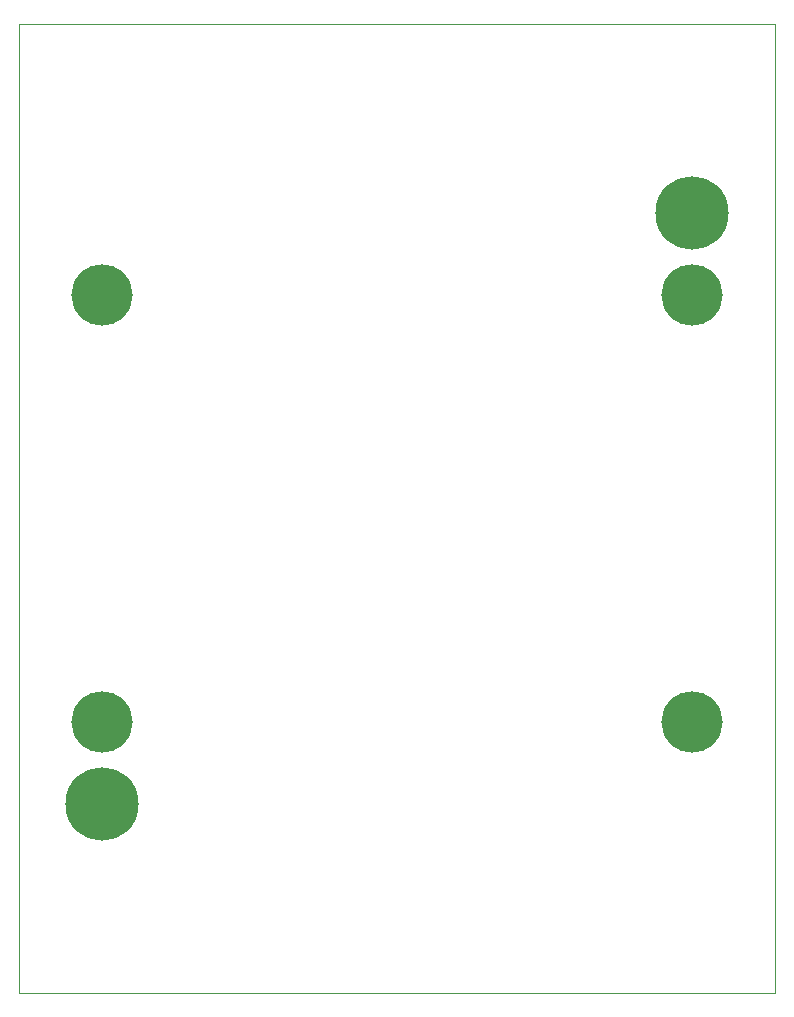
<source format=gts>
G04 This is an RS-274x file exported by *
G04 gerbv version 2.6A *
G04 More information is available about gerbv at *
G04 http://gerbv.geda-project.org/ *
G04 --End of header info--*
%MOIN*%
%FSLAX34Y34*%
%IPPOS*%
G04 --Define apertures--*
%ADD10C,0.0000*%
%ADD11C,0.1063*%
%ADD12C,0.0866*%
%ADD13C,0.2047*%
%ADD14C,0.2441*%
%AMMACRO15*
5,1,8,0.000000,0.000000,0.051955,22.500000*
%
%ADD15MACRO15*%
%ADD16C,0.0480*%
%ADD17C,0.0480*%
%ADD18C,0.0525*%
%ADD19C,0.0532*%
%ADD20C,0.0768*%
%ADD21C,0.0768*%
%AMMACRO22*
5,1,8,0.000000,0.000000,0.057529,22.500000*
%
%ADD22MACRO22*%
%ADD23R,0.0540X0.0540*%
%ADD24C,0.0540*%
%AMMACRO25*
5,1,8,0.000000,0.000000,0.068191,22.500000*
%
%ADD25MACRO25*%
G04 --Start main section--*
G54D10*
G01X0000343Y0001177D02*
G01X0000343Y0033461D01*
G01X0000343Y0033461D02*
G01X0025540Y0033461D01*
G01X0025540Y0033461D02*
G01X0025540Y0001177D01*
G01X0025540Y0001177D02*
G01X0000343Y0001177D01*
G01X0002568Y0007476D02*
G01X0002568Y0007491D01*
G01X0002568Y0007491D02*
G01X0002569Y0007505D01*
G01X0002569Y0007505D02*
G01X0002570Y0007520D01*
G01X0002570Y0007520D02*
G01X0002571Y0007534D01*
G01X0002571Y0007534D02*
G01X0002573Y0007549D01*
G01X0002573Y0007549D02*
G01X0002575Y0007563D01*
G01X0002575Y0007563D02*
G01X0002577Y0007577D01*
G01X0002577Y0007577D02*
G01X0002580Y0007592D01*
G01X0002580Y0007592D02*
G01X0002584Y0007606D01*
G01X0002584Y0007606D02*
G01X0002587Y0007620D01*
G01X0002587Y0007620D02*
G01X0002592Y0007634D01*
G01X0002592Y0007634D02*
G01X0002596Y0007648D01*
G01X0002596Y0007648D02*
G01X0002601Y0007661D01*
G01X0002601Y0007661D02*
G01X0002606Y0007675D01*
G01X0002606Y0007675D02*
G01X0002612Y0007688D01*
G01X0002612Y0007688D02*
G01X0002618Y0007701D01*
G01X0002618Y0007701D02*
G01X0002624Y0007715D01*
G01X0002624Y0007715D02*
G01X0002631Y0007727D01*
G01X0002631Y0007727D02*
G01X0002638Y0007740D01*
G01X0002638Y0007740D02*
G01X0002645Y0007753D01*
G01X0002645Y0007753D02*
G01X0002653Y0007765D01*
G01X0002653Y0007765D02*
G01X0002661Y0007777D01*
G01X0002661Y0007777D02*
G01X0002669Y0007789D01*
G01X0002669Y0007789D02*
G01X0002678Y0007800D01*
G01X0002678Y0007800D02*
G01X0002687Y0007812D01*
G01X0002687Y0007812D02*
G01X0002696Y0007823D01*
G01X0002696Y0007823D02*
G01X0002706Y0007834D01*
G01X0002706Y0007834D02*
G01X0002716Y0007844D01*
G01X0002716Y0007844D02*
G01X0002726Y0007855D01*
G01X0002726Y0007855D02*
G01X0002736Y0007865D01*
G01X0002736Y0007865D02*
G01X0002747Y0007875D01*
G01X0002747Y0007875D02*
G01X0002758Y0007884D01*
G01X0002758Y0007884D02*
G01X0002769Y0007893D01*
G01X0002769Y0007893D02*
G01X0002781Y0007902D01*
G01X0002781Y0007902D02*
G01X0002793Y0007911D01*
G01X0002793Y0007911D02*
G01X0002805Y0007919D01*
G01X0002805Y0007919D02*
G01X0002817Y0007927D01*
G01X0002817Y0007927D02*
G01X0002829Y0007934D01*
G01X0002829Y0007934D02*
G01X0002842Y0007942D01*
G01X0002842Y0007942D02*
G01X0002855Y0007948D01*
G01X0002855Y0007948D02*
G01X0002868Y0007955D01*
G01X0002868Y0007955D02*
G01X0002881Y0007961D01*
G01X0002881Y0007961D02*
G01X0002894Y0007967D01*
G01X0002894Y0007967D02*
G01X0002908Y0007972D01*
G01X0002908Y0007972D02*
G01X0002921Y0007977D01*
G01X0002921Y0007977D02*
G01X0002935Y0007982D01*
G01X0002935Y0007982D02*
G01X0002949Y0007986D01*
G01X0002949Y0007986D02*
G01X0002963Y0007990D01*
G01X0002963Y0007990D02*
G01X0002977Y0007994D01*
G01X0002977Y0007994D02*
G01X0002991Y0007997D01*
G01X0002991Y0007997D02*
G01X0003005Y0008000D01*
G01X0003005Y0008000D02*
G01X0003020Y0008002D01*
G01X0003020Y0008002D02*
G01X0003034Y0008004D01*
G01X0003034Y0008004D02*
G01X0003049Y0008006D01*
G01X0003049Y0008006D02*
G01X0003063Y0008007D01*
G01X0003063Y0008007D02*
G01X0003077Y0008008D01*
G01X0003077Y0008008D02*
G01X0003092Y0008008D01*
G01X0003092Y0008008D02*
G01X0003107Y0008008D01*
G01X0003107Y0008008D02*
G01X0003121Y0008008D01*
G01X0003121Y0008008D02*
G01X0003136Y0008007D01*
G01X0003136Y0008007D02*
G01X0003150Y0008006D01*
G01X0003150Y0008006D02*
G01X0003164Y0008004D01*
G01X0003164Y0008004D02*
G01X0003179Y0008002D01*
G01X0003179Y0008002D02*
G01X0003193Y0008000D01*
G01X0003193Y0008000D02*
G01X0003207Y0007997D01*
G01X0003207Y0007997D02*
G01X0003222Y0007994D01*
G01X0003222Y0007994D02*
G01X0003236Y0007990D01*
G01X0003236Y0007990D02*
G01X0003250Y0007986D01*
G01X0003250Y0007986D02*
G01X0003263Y0007982D01*
G01X0003263Y0007982D02*
G01X0003277Y0007977D01*
G01X0003277Y0007977D02*
G01X0003291Y0007972D01*
G01X0003291Y0007972D02*
G01X0003304Y0007967D01*
G01X0003304Y0007967D02*
G01X0003318Y0007961D01*
G01X0003318Y0007961D02*
G01X0003331Y0007955D01*
G01X0003331Y0007955D02*
G01X0003344Y0007948D01*
G01X0003344Y0007948D02*
G01X0003357Y0007942D01*
G01X0003357Y0007942D02*
G01X0003369Y0007934D01*
G01X0003369Y0007934D02*
G01X0003382Y0007927D01*
G01X0003382Y0007927D02*
G01X0003394Y0007919D01*
G01X0003394Y0007919D02*
G01X0003406Y0007911D01*
G01X0003406Y0007911D02*
G01X0003418Y0007902D01*
G01X0003418Y0007902D02*
G01X0003429Y0007893D01*
G01X0003429Y0007893D02*
G01X0003440Y0007884D01*
G01X0003440Y0007884D02*
G01X0003451Y0007875D01*
G01X0003451Y0007875D02*
G01X0003462Y0007865D01*
G01X0003462Y0007865D02*
G01X0003473Y0007855D01*
G01X0003473Y0007855D02*
G01X0003483Y0007844D01*
G01X0003483Y0007844D02*
G01X0003493Y0007834D01*
G01X0003493Y0007834D02*
G01X0003502Y0007823D01*
G01X0003502Y0007823D02*
G01X0003512Y0007812D01*
G01X0003512Y0007812D02*
G01X0003520Y0007800D01*
G01X0003520Y0007800D02*
G01X0003529Y0007789D01*
G01X0003529Y0007789D02*
G01X0003538Y0007777D01*
G01X0003538Y0007777D02*
G01X0003546Y0007765D01*
G01X0003546Y0007765D02*
G01X0003553Y0007753D01*
G01X0003553Y0007753D02*
G01X0003561Y0007740D01*
G01X0003561Y0007740D02*
G01X0003568Y0007727D01*
G01X0003568Y0007727D02*
G01X0003574Y0007715D01*
G01X0003574Y0007715D02*
G01X0003581Y0007701D01*
G01X0003581Y0007701D02*
G01X0003587Y0007688D01*
G01X0003587Y0007688D02*
G01X0003592Y0007675D01*
G01X0003592Y0007675D02*
G01X0003598Y0007661D01*
G01X0003598Y0007661D02*
G01X0003602Y0007648D01*
G01X0003602Y0007648D02*
G01X0003607Y0007634D01*
G01X0003607Y0007634D02*
G01X0003611Y0007620D01*
G01X0003611Y0007620D02*
G01X0003615Y0007606D01*
G01X0003615Y0007606D02*
G01X0003618Y0007592D01*
G01X0003618Y0007592D02*
G01X0003621Y0007577D01*
G01X0003621Y0007577D02*
G01X0003624Y0007563D01*
G01X0003624Y0007563D02*
G01X0003626Y0007549D01*
G01X0003626Y0007549D02*
G01X0003628Y0007534D01*
G01X0003628Y0007534D02*
G01X0003629Y0007520D01*
G01X0003629Y0007520D02*
G01X0003630Y0007505D01*
G01X0003630Y0007505D02*
G01X0003631Y0007491D01*
G01X0003631Y0007491D02*
G01X0003631Y0007476D01*
G01X0003631Y0007476D02*
G01X0003631Y0007462D01*
G01X0003631Y0007462D02*
G01X0003630Y0007447D01*
G01X0003630Y0007447D02*
G01X0003629Y0007433D01*
G01X0003629Y0007433D02*
G01X0003628Y0007418D01*
G01X0003628Y0007418D02*
G01X0003626Y0007404D01*
G01X0003626Y0007404D02*
G01X0003624Y0007390D01*
G01X0003624Y0007390D02*
G01X0003621Y0007375D01*
G01X0003621Y0007375D02*
G01X0003618Y0007361D01*
G01X0003618Y0007361D02*
G01X0003615Y0007347D01*
G01X0003615Y0007347D02*
G01X0003611Y0007333D01*
G01X0003611Y0007333D02*
G01X0003607Y0007319D01*
G01X0003607Y0007319D02*
G01X0003602Y0007305D01*
G01X0003602Y0007305D02*
G01X0003598Y0007292D01*
G01X0003598Y0007292D02*
G01X0003592Y0007278D01*
G01X0003592Y0007278D02*
G01X0003587Y0007265D01*
G01X0003587Y0007265D02*
G01X0003581Y0007251D01*
G01X0003581Y0007251D02*
G01X0003574Y0007238D01*
G01X0003574Y0007238D02*
G01X0003568Y0007226D01*
G01X0003568Y0007226D02*
G01X0003561Y0007213D01*
G01X0003561Y0007213D02*
G01X0003553Y0007200D01*
G01X0003553Y0007200D02*
G01X0003546Y0007188D01*
G01X0003546Y0007188D02*
G01X0003538Y0007176D01*
G01X0003538Y0007176D02*
G01X0003529Y0007164D01*
G01X0003529Y0007164D02*
G01X0003520Y0007152D01*
G01X0003520Y0007152D02*
G01X0003512Y0007141D01*
G01X0003512Y0007141D02*
G01X0003502Y0007130D01*
G01X0003502Y0007130D02*
G01X0003493Y0007119D01*
G01X0003493Y0007119D02*
G01X0003483Y0007108D01*
G01X0003483Y0007108D02*
G01X0003473Y0007098D01*
G01X0003473Y0007098D02*
G01X0003462Y0007088D01*
G01X0003462Y0007088D02*
G01X0003451Y0007078D01*
G01X0003451Y0007078D02*
G01X0003440Y0007069D01*
G01X0003440Y0007069D02*
G01X0003429Y0007060D01*
G01X0003429Y0007060D02*
G01X0003418Y0007051D01*
G01X0003418Y0007051D02*
G01X0003406Y0007042D01*
G01X0003406Y0007042D02*
G01X0003394Y0007034D01*
G01X0003394Y0007034D02*
G01X0003382Y0007026D01*
G01X0003382Y0007026D02*
G01X0003369Y0007019D01*
G01X0003369Y0007019D02*
G01X0003357Y0007011D01*
G01X0003357Y0007011D02*
G01X0003344Y0007005D01*
G01X0003344Y0007005D02*
G01X0003331Y0006998D01*
G01X0003331Y0006998D02*
G01X0003318Y0006992D01*
G01X0003318Y0006992D02*
G01X0003304Y0006986D01*
G01X0003304Y0006986D02*
G01X0003291Y0006981D01*
G01X0003291Y0006981D02*
G01X0003277Y0006976D01*
G01X0003277Y0006976D02*
G01X0003263Y0006971D01*
G01X0003263Y0006971D02*
G01X0003250Y0006967D01*
G01X0003250Y0006967D02*
G01X0003236Y0006963D01*
G01X0003236Y0006963D02*
G01X0003222Y0006959D01*
G01X0003222Y0006959D02*
G01X0003207Y0006956D01*
G01X0003207Y0006956D02*
G01X0003193Y0006953D01*
G01X0003193Y0006953D02*
G01X0003179Y0006951D01*
G01X0003179Y0006951D02*
G01X0003164Y0006949D01*
G01X0003164Y0006949D02*
G01X0003150Y0006947D01*
G01X0003150Y0006947D02*
G01X0003136Y0006946D01*
G01X0003136Y0006946D02*
G01X0003121Y0006945D01*
G01X0003121Y0006945D02*
G01X0003107Y0006945D01*
G01X0003107Y0006945D02*
G01X0003092Y0006945D01*
G01X0003092Y0006945D02*
G01X0003077Y0006945D01*
G01X0003077Y0006945D02*
G01X0003063Y0006946D01*
G01X0003063Y0006946D02*
G01X0003049Y0006947D01*
G01X0003049Y0006947D02*
G01X0003034Y0006949D01*
G01X0003034Y0006949D02*
G01X0003020Y0006951D01*
G01X0003020Y0006951D02*
G01X0003005Y0006953D01*
G01X0003005Y0006953D02*
G01X0002991Y0006956D01*
G01X0002991Y0006956D02*
G01X0002977Y0006959D01*
G01X0002977Y0006959D02*
G01X0002963Y0006963D01*
G01X0002963Y0006963D02*
G01X0002949Y0006967D01*
G01X0002949Y0006967D02*
G01X0002935Y0006971D01*
G01X0002935Y0006971D02*
G01X0002921Y0006976D01*
G01X0002921Y0006976D02*
G01X0002908Y0006981D01*
G01X0002908Y0006981D02*
G01X0002894Y0006986D01*
G01X0002894Y0006986D02*
G01X0002881Y0006992D01*
G01X0002881Y0006992D02*
G01X0002868Y0006998D01*
G01X0002868Y0006998D02*
G01X0002855Y0007005D01*
G01X0002855Y0007005D02*
G01X0002842Y0007011D01*
G01X0002842Y0007011D02*
G01X0002829Y0007019D01*
G01X0002829Y0007019D02*
G01X0002817Y0007026D01*
G01X0002817Y0007026D02*
G01X0002805Y0007034D01*
G01X0002805Y0007034D02*
G01X0002793Y0007042D01*
G01X0002793Y0007042D02*
G01X0002781Y0007051D01*
G01X0002781Y0007051D02*
G01X0002769Y0007060D01*
G01X0002769Y0007060D02*
G01X0002758Y0007069D01*
G01X0002758Y0007069D02*
G01X0002747Y0007078D01*
G01X0002747Y0007078D02*
G01X0002736Y0007088D01*
G01X0002736Y0007088D02*
G01X0002726Y0007098D01*
G01X0002726Y0007098D02*
G01X0002716Y0007108D01*
G01X0002716Y0007108D02*
G01X0002706Y0007119D01*
G01X0002706Y0007119D02*
G01X0002696Y0007130D01*
G01X0002696Y0007130D02*
G01X0002687Y0007141D01*
G01X0002687Y0007141D02*
G01X0002678Y0007152D01*
G01X0002678Y0007152D02*
G01X0002669Y0007164D01*
G01X0002669Y0007164D02*
G01X0002661Y0007176D01*
G01X0002661Y0007176D02*
G01X0002653Y0007188D01*
G01X0002653Y0007188D02*
G01X0002645Y0007200D01*
G01X0002645Y0007200D02*
G01X0002638Y0007213D01*
G01X0002638Y0007213D02*
G01X0002631Y0007226D01*
G01X0002631Y0007226D02*
G01X0002624Y0007238D01*
G01X0002624Y0007238D02*
G01X0002618Y0007251D01*
G01X0002618Y0007251D02*
G01X0002612Y0007265D01*
G01X0002612Y0007265D02*
G01X0002606Y0007278D01*
G01X0002606Y0007278D02*
G01X0002601Y0007292D01*
G01X0002601Y0007292D02*
G01X0002596Y0007305D01*
G01X0002596Y0007305D02*
G01X0002592Y0007319D01*
G01X0002592Y0007319D02*
G01X0002587Y0007333D01*
G01X0002587Y0007333D02*
G01X0002584Y0007347D01*
G01X0002584Y0007347D02*
G01X0002580Y0007361D01*
G01X0002580Y0007361D02*
G01X0002577Y0007375D01*
G01X0002577Y0007375D02*
G01X0002575Y0007390D01*
G01X0002575Y0007390D02*
G01X0002573Y0007404D01*
G01X0002573Y0007404D02*
G01X0002571Y0007418D01*
G01X0002571Y0007418D02*
G01X0002570Y0007433D01*
G01X0002570Y0007433D02*
G01X0002569Y0007447D01*
G01X0002569Y0007447D02*
G01X0002568Y0007462D01*
G01X0002568Y0007462D02*
G01X0002568Y0007476D01*
G01X0002666Y0010193D02*
G01X0002666Y0010206D01*
G01X0002666Y0010206D02*
G01X0002667Y0010219D01*
G01X0002667Y0010219D02*
G01X0002668Y0010232D01*
G01X0002668Y0010232D02*
G01X0002669Y0010245D01*
G01X0002669Y0010245D02*
G01X0002671Y0010258D01*
G01X0002671Y0010258D02*
G01X0002673Y0010271D01*
G01X0002673Y0010271D02*
G01X0002676Y0010284D01*
G01X0002676Y0010284D02*
G01X0002679Y0010297D01*
G01X0002679Y0010297D02*
G01X0002682Y0010310D01*
G01X0002682Y0010310D02*
G01X0002686Y0010322D01*
G01X0002686Y0010322D02*
G01X0002690Y0010335D01*
G01X0002690Y0010335D02*
G01X0002695Y0010347D01*
G01X0002695Y0010347D02*
G01X0002699Y0010359D01*
G01X0002699Y0010359D02*
G01X0002705Y0010372D01*
G01X0002705Y0010372D02*
G01X0002710Y0010383D01*
G01X0002710Y0010383D02*
G01X0002716Y0010395D01*
G01X0002716Y0010395D02*
G01X0002723Y0010407D01*
G01X0002723Y0010407D02*
G01X0002729Y0010418D01*
G01X0002729Y0010418D02*
G01X0002736Y0010429D01*
G01X0002736Y0010429D02*
G01X0002744Y0010440D01*
G01X0002744Y0010440D02*
G01X0002751Y0010451D01*
G01X0002751Y0010451D02*
G01X0002759Y0010461D01*
G01X0002759Y0010461D02*
G01X0002767Y0010471D01*
G01X0002767Y0010471D02*
G01X0002776Y0010481D01*
G01X0002776Y0010481D02*
G01X0002785Y0010491D01*
G01X0002785Y0010491D02*
G01X0002794Y0010500D01*
G01X0002794Y0010500D02*
G01X0002804Y0010509D01*
G01X0002804Y0010509D02*
G01X0002813Y0010518D01*
G01X0002813Y0010518D02*
G01X0002823Y0010527D01*
G01X0002823Y0010527D02*
G01X0002834Y0010535D01*
G01X0002834Y0010535D02*
G01X0002844Y0010543D01*
G01X0002844Y0010543D02*
G01X0002855Y0010551D01*
G01X0002855Y0010551D02*
G01X0002866Y0010558D01*
G01X0002866Y0010558D02*
G01X0002877Y0010565D01*
G01X0002877Y0010565D02*
G01X0002888Y0010571D01*
G01X0002888Y0010571D02*
G01X0002900Y0010577D01*
G01X0002900Y0010577D02*
G01X0002912Y0010583D01*
G01X0002912Y0010583D02*
G01X0002924Y0010589D01*
G01X0002924Y0010589D02*
G01X0002936Y0010594D01*
G01X0002936Y0010594D02*
G01X0002948Y0010599D01*
G01X0002948Y0010599D02*
G01X0002960Y0010603D01*
G01X0002960Y0010603D02*
G01X0002973Y0010607D01*
G01X0002973Y0010607D02*
G01X0002986Y0010611D01*
G01X0002986Y0010611D02*
G01X0002998Y0010614D01*
G01X0002998Y0010614D02*
G01X0003011Y0010617D01*
G01X0003011Y0010617D02*
G01X0003024Y0010619D01*
G01X0003024Y0010619D02*
G01X0003037Y0010622D01*
G01X0003037Y0010622D02*
G01X0003050Y0010623D01*
G01X0003050Y0010623D02*
G01X0003063Y0010624D01*
G01X0003063Y0010624D02*
G01X0003076Y0010625D01*
G01X0003076Y0010625D02*
G01X0003089Y0010626D01*
G01X0003089Y0010626D02*
G01X0003103Y0010626D01*
G01X0003103Y0010626D02*
G01X0003116Y0010626D01*
G01X0003116Y0010626D02*
G01X0003129Y0010625D01*
G01X0003129Y0010625D02*
G01X0003142Y0010624D01*
G01X0003142Y0010624D02*
G01X0003155Y0010622D01*
G01X0003155Y0010622D02*
G01X0003168Y0010621D01*
G01X0003168Y0010621D02*
G01X0003181Y0010618D01*
G01X0003181Y0010618D02*
G01X0003194Y0010616D01*
G01X0003194Y0010616D02*
G01X0003207Y0010613D01*
G01X0003207Y0010613D02*
G01X0003219Y0010609D01*
G01X0003219Y0010609D02*
G01X0003232Y0010605D01*
G01X0003232Y0010605D02*
G01X0003244Y0010601D01*
G01X0003244Y0010601D02*
G01X0003257Y0010596D01*
G01X0003257Y0010596D02*
G01X0003269Y0010591D01*
G01X0003269Y0010591D02*
G01X0003281Y0010586D01*
G01X0003281Y0010586D02*
G01X0003293Y0010580D01*
G01X0003293Y0010580D02*
G01X0003304Y0010574D01*
G01X0003304Y0010574D02*
G01X0003316Y0010568D01*
G01X0003316Y0010568D02*
G01X0003327Y0010561D01*
G01X0003327Y0010561D02*
G01X0003338Y0010554D01*
G01X0003338Y0010554D02*
G01X0003349Y0010547D01*
G01X0003349Y0010547D02*
G01X0003360Y0010539D01*
G01X0003360Y0010539D02*
G01X0003370Y0010531D01*
G01X0003370Y0010531D02*
G01X0003380Y0010523D01*
G01X0003380Y0010523D02*
G01X0003390Y0010514D01*
G01X0003390Y0010514D02*
G01X0003400Y0010505D01*
G01X0003400Y0010505D02*
G01X0003409Y0010496D01*
G01X0003409Y0010496D02*
G01X0003418Y0010486D01*
G01X0003418Y0010486D02*
G01X0003427Y0010476D01*
G01X0003427Y0010476D02*
G01X0003435Y0010466D01*
G01X0003435Y0010466D02*
G01X0003443Y0010456D01*
G01X0003443Y0010456D02*
G01X0003451Y0010445D01*
G01X0003451Y0010445D02*
G01X0003459Y0010435D01*
G01X0003459Y0010435D02*
G01X0003466Y0010424D01*
G01X0003466Y0010424D02*
G01X0003473Y0010412D01*
G01X0003473Y0010412D02*
G01X0003479Y0010401D01*
G01X0003479Y0010401D02*
G01X0003485Y0010389D01*
G01X0003485Y0010389D02*
G01X0003491Y0010377D01*
G01X0003491Y0010377D02*
G01X0003496Y0010365D01*
G01X0003496Y0010365D02*
G01X0003502Y0010353D01*
G01X0003502Y0010353D02*
G01X0003506Y0010341D01*
G01X0003506Y0010341D02*
G01X0003510Y0010329D01*
G01X0003510Y0010329D02*
G01X0003514Y0010316D01*
G01X0003514Y0010316D02*
G01X0003518Y0010303D01*
G01X0003518Y0010303D02*
G01X0003521Y0010291D01*
G01X0003521Y0010291D02*
G01X0003524Y0010278D01*
G01X0003524Y0010278D02*
G01X0003526Y0010265D01*
G01X0003526Y0010265D02*
G01X0003528Y0010252D01*
G01X0003528Y0010252D02*
G01X0003530Y0010239D01*
G01X0003530Y0010239D02*
G01X0003531Y0010226D01*
G01X0003531Y0010226D02*
G01X0003532Y0010213D01*
G01X0003532Y0010213D02*
G01X0003532Y0010200D01*
G01X0003532Y0010200D02*
G01X0003532Y0010186D01*
G01X0003532Y0010186D02*
G01X0003532Y0010173D01*
G01X0003532Y0010173D02*
G01X0003531Y0010160D01*
G01X0003531Y0010160D02*
G01X0003530Y0010147D01*
G01X0003530Y0010147D02*
G01X0003528Y0010134D01*
G01X0003528Y0010134D02*
G01X0003526Y0010121D01*
G01X0003526Y0010121D02*
G01X0003524Y0010108D01*
G01X0003524Y0010108D02*
G01X0003521Y0010095D01*
G01X0003521Y0010095D02*
G01X0003518Y0010082D01*
G01X0003518Y0010082D02*
G01X0003514Y0010070D01*
G01X0003514Y0010070D02*
G01X0003510Y0010057D01*
G01X0003510Y0010057D02*
G01X0003506Y0010045D01*
G01X0003506Y0010045D02*
G01X0003502Y0010033D01*
G01X0003502Y0010033D02*
G01X0003496Y0010020D01*
G01X0003496Y0010020D02*
G01X0003491Y0010008D01*
G01X0003491Y0010008D02*
G01X0003485Y0009997D01*
G01X0003485Y0009997D02*
G01X0003479Y0009985D01*
G01X0003479Y0009985D02*
G01X0003473Y0009974D01*
G01X0003473Y0009974D02*
G01X0003466Y0009962D01*
G01X0003466Y0009962D02*
G01X0003459Y0009951D01*
G01X0003459Y0009951D02*
G01X0003451Y0009941D01*
G01X0003451Y0009941D02*
G01X0003443Y0009930D01*
G01X0003443Y0009930D02*
G01X0003435Y0009920D01*
G01X0003435Y0009920D02*
G01X0003427Y0009910D01*
G01X0003427Y0009910D02*
G01X0003418Y0009900D01*
G01X0003418Y0009900D02*
G01X0003409Y0009890D01*
G01X0003409Y0009890D02*
G01X0003400Y0009881D01*
G01X0003400Y0009881D02*
G01X0003390Y0009872D01*
G01X0003390Y0009872D02*
G01X0003380Y0009863D01*
G01X0003380Y0009863D02*
G01X0003370Y0009855D01*
G01X0003370Y0009855D02*
G01X0003360Y0009847D01*
G01X0003360Y0009847D02*
G01X0003349Y0009839D01*
G01X0003349Y0009839D02*
G01X0003338Y0009832D01*
G01X0003338Y0009832D02*
G01X0003327Y0009825D01*
G01X0003327Y0009825D02*
G01X0003316Y0009818D01*
G01X0003316Y0009818D02*
G01X0003304Y0009811D01*
G01X0003304Y0009811D02*
G01X0003293Y0009805D01*
G01X0003293Y0009805D02*
G01X0003281Y0009800D01*
G01X0003281Y0009800D02*
G01X0003269Y0009794D01*
G01X0003269Y0009794D02*
G01X0003257Y0009789D01*
G01X0003257Y0009789D02*
G01X0003244Y0009785D01*
G01X0003244Y0009785D02*
G01X0003232Y0009781D01*
G01X0003232Y0009781D02*
G01X0003219Y0009777D01*
G01X0003219Y0009777D02*
G01X0003207Y0009773D01*
G01X0003207Y0009773D02*
G01X0003194Y0009770D01*
G01X0003194Y0009770D02*
G01X0003181Y0009768D01*
G01X0003181Y0009768D02*
G01X0003168Y0009765D01*
G01X0003168Y0009765D02*
G01X0003155Y0009763D01*
G01X0003155Y0009763D02*
G01X0003142Y0009762D01*
G01X0003142Y0009762D02*
G01X0003129Y0009761D01*
G01X0003129Y0009761D02*
G01X0003116Y0009760D01*
G01X0003116Y0009760D02*
G01X0003103Y0009760D01*
G01X0003103Y0009760D02*
G01X0003089Y0009760D01*
G01X0003089Y0009760D02*
G01X0003076Y0009760D01*
G01X0003076Y0009760D02*
G01X0003063Y0009761D01*
G01X0003063Y0009761D02*
G01X0003050Y0009763D01*
G01X0003050Y0009763D02*
G01X0003037Y0009764D01*
G01X0003037Y0009764D02*
G01X0003024Y0009766D01*
G01X0003024Y0009766D02*
G01X0003011Y0009769D01*
G01X0003011Y0009769D02*
G01X0002998Y0009772D01*
G01X0002998Y0009772D02*
G01X0002986Y0009775D01*
G01X0002986Y0009775D02*
G01X0002973Y0009779D01*
G01X0002973Y0009779D02*
G01X0002960Y0009783D01*
G01X0002960Y0009783D02*
G01X0002948Y0009787D01*
G01X0002948Y0009787D02*
G01X0002936Y0009792D01*
G01X0002936Y0009792D02*
G01X0002924Y0009797D01*
G01X0002924Y0009797D02*
G01X0002912Y0009803D01*
G01X0002912Y0009803D02*
G01X0002900Y0009808D01*
G01X0002900Y0009808D02*
G01X0002888Y0009815D01*
G01X0002888Y0009815D02*
G01X0002877Y0009821D01*
G01X0002877Y0009821D02*
G01X0002866Y0009828D01*
G01X0002866Y0009828D02*
G01X0002855Y0009835D01*
G01X0002855Y0009835D02*
G01X0002844Y0009843D01*
G01X0002844Y0009843D02*
G01X0002834Y0009851D01*
G01X0002834Y0009851D02*
G01X0002823Y0009859D01*
G01X0002823Y0009859D02*
G01X0002813Y0009868D01*
G01X0002813Y0009868D02*
G01X0002804Y0009876D01*
G01X0002804Y0009876D02*
G01X0002794Y0009886D01*
G01X0002794Y0009886D02*
G01X0002785Y0009895D01*
G01X0002785Y0009895D02*
G01X0002776Y0009905D01*
G01X0002776Y0009905D02*
G01X0002767Y0009915D01*
G01X0002767Y0009915D02*
G01X0002759Y0009925D01*
G01X0002759Y0009925D02*
G01X0002751Y0009935D01*
G01X0002751Y0009935D02*
G01X0002744Y0009946D01*
G01X0002744Y0009946D02*
G01X0002736Y0009957D01*
G01X0002736Y0009957D02*
G01X0002729Y0009968D01*
G01X0002729Y0009968D02*
G01X0002723Y0009979D01*
G01X0002723Y0009979D02*
G01X0002716Y0009991D01*
G01X0002716Y0009991D02*
G01X0002710Y0010003D01*
G01X0002710Y0010003D02*
G01X0002705Y0010014D01*
G01X0002705Y0010014D02*
G01X0002699Y0010026D01*
G01X0002699Y0010026D02*
G01X0002695Y0010039D01*
G01X0002695Y0010039D02*
G01X0002690Y0010051D01*
G01X0002690Y0010051D02*
G01X0002686Y0010063D01*
G01X0002686Y0010063D02*
G01X0002682Y0010076D01*
G01X0002682Y0010076D02*
G01X0002679Y0010089D01*
G01X0002679Y0010089D02*
G01X0002676Y0010102D01*
G01X0002676Y0010102D02*
G01X0002673Y0010115D01*
G01X0002673Y0010115D02*
G01X0002671Y0010127D01*
G01X0002671Y0010127D02*
G01X0002669Y0010140D01*
G01X0002669Y0010140D02*
G01X0002668Y0010154D01*
G01X0002668Y0010154D02*
G01X0002667Y0010167D01*
G01X0002667Y0010167D02*
G01X0002666Y0010180D01*
G01X0002666Y0010180D02*
G01X0002666Y0010193D01*
G01X0002666Y0024445D02*
G01X0002666Y0024458D01*
G01X0002666Y0024458D02*
G01X0002667Y0024471D01*
G01X0002667Y0024471D02*
G01X0002668Y0024484D01*
G01X0002668Y0024484D02*
G01X0002669Y0024497D01*
G01X0002669Y0024497D02*
G01X0002671Y0024510D01*
G01X0002671Y0024510D02*
G01X0002673Y0024523D01*
G01X0002673Y0024523D02*
G01X0002676Y0024536D01*
G01X0002676Y0024536D02*
G01X0002679Y0024549D01*
G01X0002679Y0024549D02*
G01X0002682Y0024562D01*
G01X0002682Y0024562D02*
G01X0002686Y0024574D01*
G01X0002686Y0024574D02*
G01X0002690Y0024587D01*
G01X0002690Y0024587D02*
G01X0002695Y0024599D01*
G01X0002695Y0024599D02*
G01X0002699Y0024611D01*
G01X0002699Y0024611D02*
G01X0002705Y0024623D01*
G01X0002705Y0024623D02*
G01X0002710Y0024635D01*
G01X0002710Y0024635D02*
G01X0002716Y0024647D01*
G01X0002716Y0024647D02*
G01X0002723Y0024659D01*
G01X0002723Y0024659D02*
G01X0002729Y0024670D01*
G01X0002729Y0024670D02*
G01X0002736Y0024681D01*
G01X0002736Y0024681D02*
G01X0002744Y0024692D01*
G01X0002744Y0024692D02*
G01X0002751Y0024703D01*
G01X0002751Y0024703D02*
G01X0002759Y0024713D01*
G01X0002759Y0024713D02*
G01X0002767Y0024723D01*
G01X0002767Y0024723D02*
G01X0002776Y0024733D01*
G01X0002776Y0024733D02*
G01X0002785Y0024743D01*
G01X0002785Y0024743D02*
G01X0002794Y0024752D01*
G01X0002794Y0024752D02*
G01X0002804Y0024761D01*
G01X0002804Y0024761D02*
G01X0002813Y0024770D01*
G01X0002813Y0024770D02*
G01X0002823Y0024779D01*
G01X0002823Y0024779D02*
G01X0002834Y0024787D01*
G01X0002834Y0024787D02*
G01X0002844Y0024795D01*
G01X0002844Y0024795D02*
G01X0002855Y0024803D01*
G01X0002855Y0024803D02*
G01X0002866Y0024810D01*
G01X0002866Y0024810D02*
G01X0002877Y0024817D01*
G01X0002877Y0024817D02*
G01X0002888Y0024823D01*
G01X0002888Y0024823D02*
G01X0002900Y0024829D01*
G01X0002900Y0024829D02*
G01X0002912Y0024835D01*
G01X0002912Y0024835D02*
G01X0002924Y0024841D01*
G01X0002924Y0024841D02*
G01X0002936Y0024846D01*
G01X0002936Y0024846D02*
G01X0002948Y0024851D01*
G01X0002948Y0024851D02*
G01X0002960Y0024855D01*
G01X0002960Y0024855D02*
G01X0002973Y0024859D01*
G01X0002973Y0024859D02*
G01X0002986Y0024863D01*
G01X0002986Y0024863D02*
G01X0002998Y0024866D01*
G01X0002998Y0024866D02*
G01X0003011Y0024869D01*
G01X0003011Y0024869D02*
G01X0003024Y0024871D01*
G01X0003024Y0024871D02*
G01X0003037Y0024874D01*
G01X0003037Y0024874D02*
G01X0003050Y0024875D01*
G01X0003050Y0024875D02*
G01X0003063Y0024877D01*
G01X0003063Y0024877D02*
G01X0003076Y0024877D01*
G01X0003076Y0024877D02*
G01X0003089Y0024878D01*
G01X0003089Y0024878D02*
G01X0003103Y0024878D01*
G01X0003103Y0024878D02*
G01X0003116Y0024878D01*
G01X0003116Y0024878D02*
G01X0003129Y0024877D01*
G01X0003129Y0024877D02*
G01X0003142Y0024876D01*
G01X0003142Y0024876D02*
G01X0003155Y0024874D01*
G01X0003155Y0024874D02*
G01X0003168Y0024873D01*
G01X0003168Y0024873D02*
G01X0003181Y0024870D01*
G01X0003181Y0024870D02*
G01X0003194Y0024868D01*
G01X0003194Y0024868D02*
G01X0003207Y0024865D01*
G01X0003207Y0024865D02*
G01X0003219Y0024861D01*
G01X0003219Y0024861D02*
G01X0003232Y0024857D01*
G01X0003232Y0024857D02*
G01X0003244Y0024853D01*
G01X0003244Y0024853D02*
G01X0003257Y0024848D01*
G01X0003257Y0024848D02*
G01X0003269Y0024843D01*
G01X0003269Y0024843D02*
G01X0003281Y0024838D01*
G01X0003281Y0024838D02*
G01X0003293Y0024832D01*
G01X0003293Y0024832D02*
G01X0003304Y0024826D01*
G01X0003304Y0024826D02*
G01X0003316Y0024820D01*
G01X0003316Y0024820D02*
G01X0003327Y0024813D01*
G01X0003327Y0024813D02*
G01X0003338Y0024806D01*
G01X0003338Y0024806D02*
G01X0003349Y0024799D01*
G01X0003349Y0024799D02*
G01X0003360Y0024791D01*
G01X0003360Y0024791D02*
G01X0003370Y0024783D01*
G01X0003370Y0024783D02*
G01X0003380Y0024775D01*
G01X0003380Y0024775D02*
G01X0003390Y0024766D01*
G01X0003390Y0024766D02*
G01X0003400Y0024757D01*
G01X0003400Y0024757D02*
G01X0003409Y0024748D01*
G01X0003409Y0024748D02*
G01X0003418Y0024738D01*
G01X0003418Y0024738D02*
G01X0003427Y0024728D01*
G01X0003427Y0024728D02*
G01X0003435Y0024718D01*
G01X0003435Y0024718D02*
G01X0003443Y0024708D01*
G01X0003443Y0024708D02*
G01X0003451Y0024697D01*
G01X0003451Y0024697D02*
G01X0003459Y0024686D01*
G01X0003459Y0024686D02*
G01X0003466Y0024676D01*
G01X0003466Y0024676D02*
G01X0003473Y0024664D01*
G01X0003473Y0024664D02*
G01X0003479Y0024653D01*
G01X0003479Y0024653D02*
G01X0003485Y0024641D01*
G01X0003485Y0024641D02*
G01X0003491Y0024629D01*
G01X0003491Y0024629D02*
G01X0003496Y0024617D01*
G01X0003496Y0024617D02*
G01X0003502Y0024605D01*
G01X0003502Y0024605D02*
G01X0003506Y0024593D01*
G01X0003506Y0024593D02*
G01X0003510Y0024581D01*
G01X0003510Y0024581D02*
G01X0003514Y0024568D01*
G01X0003514Y0024568D02*
G01X0003518Y0024555D01*
G01X0003518Y0024555D02*
G01X0003521Y0024543D01*
G01X0003521Y0024543D02*
G01X0003524Y0024530D01*
G01X0003524Y0024530D02*
G01X0003526Y0024517D01*
G01X0003526Y0024517D02*
G01X0003528Y0024504D01*
G01X0003528Y0024504D02*
G01X0003530Y0024491D01*
G01X0003530Y0024491D02*
G01X0003531Y0024478D01*
G01X0003531Y0024478D02*
G01X0003532Y0024465D01*
G01X0003532Y0024465D02*
G01X0003532Y0024452D01*
G01X0003532Y0024452D02*
G01X0003532Y0024438D01*
G01X0003532Y0024438D02*
G01X0003532Y0024425D01*
G01X0003532Y0024425D02*
G01X0003531Y0024412D01*
G01X0003531Y0024412D02*
G01X0003530Y0024399D01*
G01X0003530Y0024399D02*
G01X0003528Y0024386D01*
G01X0003528Y0024386D02*
G01X0003526Y0024373D01*
G01X0003526Y0024373D02*
G01X0003524Y0024360D01*
G01X0003524Y0024360D02*
G01X0003521Y0024347D01*
G01X0003521Y0024347D02*
G01X0003518Y0024334D01*
G01X0003518Y0024334D02*
G01X0003514Y0024322D01*
G01X0003514Y0024322D02*
G01X0003510Y0024309D01*
G01X0003510Y0024309D02*
G01X0003506Y0024297D01*
G01X0003506Y0024297D02*
G01X0003502Y0024285D01*
G01X0003502Y0024285D02*
G01X0003496Y0024272D01*
G01X0003496Y0024272D02*
G01X0003491Y0024260D01*
G01X0003491Y0024260D02*
G01X0003485Y0024249D01*
G01X0003485Y0024249D02*
G01X0003479Y0024237D01*
G01X0003479Y0024237D02*
G01X0003473Y0024226D01*
G01X0003473Y0024226D02*
G01X0003466Y0024214D01*
G01X0003466Y0024214D02*
G01X0003459Y0024203D01*
G01X0003459Y0024203D02*
G01X0003451Y0024193D01*
G01X0003451Y0024193D02*
G01X0003443Y0024182D01*
G01X0003443Y0024182D02*
G01X0003435Y0024172D01*
G01X0003435Y0024172D02*
G01X0003427Y0024162D01*
G01X0003427Y0024162D02*
G01X0003418Y0024152D01*
G01X0003418Y0024152D02*
G01X0003409Y0024142D01*
G01X0003409Y0024142D02*
G01X0003400Y0024133D01*
G01X0003400Y0024133D02*
G01X0003390Y0024124D01*
G01X0003390Y0024124D02*
G01X0003380Y0024115D01*
G01X0003380Y0024115D02*
G01X0003370Y0024107D01*
G01X0003370Y0024107D02*
G01X0003360Y0024099D01*
G01X0003360Y0024099D02*
G01X0003349Y0024091D01*
G01X0003349Y0024091D02*
G01X0003338Y0024084D01*
G01X0003338Y0024084D02*
G01X0003327Y0024077D01*
G01X0003327Y0024077D02*
G01X0003316Y0024070D01*
G01X0003316Y0024070D02*
G01X0003304Y0024063D01*
G01X0003304Y0024063D02*
G01X0003293Y0024057D01*
G01X0003293Y0024057D02*
G01X0003281Y0024052D01*
G01X0003281Y0024052D02*
G01X0003269Y0024046D01*
G01X0003269Y0024046D02*
G01X0003257Y0024041D01*
G01X0003257Y0024041D02*
G01X0003244Y0024037D01*
G01X0003244Y0024037D02*
G01X0003232Y0024033D01*
G01X0003232Y0024033D02*
G01X0003219Y0024029D01*
G01X0003219Y0024029D02*
G01X0003207Y0024025D01*
G01X0003207Y0024025D02*
G01X0003194Y0024022D01*
G01X0003194Y0024022D02*
G01X0003181Y0024020D01*
G01X0003181Y0024020D02*
G01X0003168Y0024017D01*
G01X0003168Y0024017D02*
G01X0003155Y0024015D01*
G01X0003155Y0024015D02*
G01X0003142Y0024014D01*
G01X0003142Y0024014D02*
G01X0003129Y0024013D01*
G01X0003129Y0024013D02*
G01X0003116Y0024012D01*
G01X0003116Y0024012D02*
G01X0003103Y0024012D01*
G01X0003103Y0024012D02*
G01X0003089Y0024012D01*
G01X0003089Y0024012D02*
G01X0003076Y0024012D01*
G01X0003076Y0024012D02*
G01X0003063Y0024013D01*
G01X0003063Y0024013D02*
G01X0003050Y0024015D01*
G01X0003050Y0024015D02*
G01X0003037Y0024016D01*
G01X0003037Y0024016D02*
G01X0003024Y0024018D01*
G01X0003024Y0024018D02*
G01X0003011Y0024021D01*
G01X0003011Y0024021D02*
G01X0002998Y0024024D01*
G01X0002998Y0024024D02*
G01X0002986Y0024027D01*
G01X0002986Y0024027D02*
G01X0002973Y0024031D01*
G01X0002973Y0024031D02*
G01X0002960Y0024035D01*
G01X0002960Y0024035D02*
G01X0002948Y0024039D01*
G01X0002948Y0024039D02*
G01X0002936Y0024044D01*
G01X0002936Y0024044D02*
G01X0002924Y0024049D01*
G01X0002924Y0024049D02*
G01X0002912Y0024055D01*
G01X0002912Y0024055D02*
G01X0002900Y0024060D01*
G01X0002900Y0024060D02*
G01X0002888Y0024067D01*
G01X0002888Y0024067D02*
G01X0002877Y0024073D01*
G01X0002877Y0024073D02*
G01X0002866Y0024080D01*
G01X0002866Y0024080D02*
G01X0002855Y0024087D01*
G01X0002855Y0024087D02*
G01X0002844Y0024095D01*
G01X0002844Y0024095D02*
G01X0002834Y0024103D01*
G01X0002834Y0024103D02*
G01X0002823Y0024111D01*
G01X0002823Y0024111D02*
G01X0002813Y0024120D01*
G01X0002813Y0024120D02*
G01X0002804Y0024128D01*
G01X0002804Y0024128D02*
G01X0002794Y0024138D01*
G01X0002794Y0024138D02*
G01X0002785Y0024147D01*
G01X0002785Y0024147D02*
G01X0002776Y0024157D01*
G01X0002776Y0024157D02*
G01X0002767Y0024167D01*
G01X0002767Y0024167D02*
G01X0002759Y0024177D01*
G01X0002759Y0024177D02*
G01X0002751Y0024187D01*
G01X0002751Y0024187D02*
G01X0002744Y0024198D01*
G01X0002744Y0024198D02*
G01X0002736Y0024209D01*
G01X0002736Y0024209D02*
G01X0002729Y0024220D01*
G01X0002729Y0024220D02*
G01X0002723Y0024231D01*
G01X0002723Y0024231D02*
G01X0002716Y0024243D01*
G01X0002716Y0024243D02*
G01X0002710Y0024255D01*
G01X0002710Y0024255D02*
G01X0002705Y0024266D01*
G01X0002705Y0024266D02*
G01X0002699Y0024278D01*
G01X0002699Y0024278D02*
G01X0002695Y0024291D01*
G01X0002695Y0024291D02*
G01X0002690Y0024303D01*
G01X0002690Y0024303D02*
G01X0002686Y0024315D01*
G01X0002686Y0024315D02*
G01X0002682Y0024328D01*
G01X0002682Y0024328D02*
G01X0002679Y0024341D01*
G01X0002679Y0024341D02*
G01X0002676Y0024354D01*
G01X0002676Y0024354D02*
G01X0002673Y0024367D01*
G01X0002673Y0024367D02*
G01X0002671Y0024379D01*
G01X0002671Y0024379D02*
G01X0002669Y0024392D01*
G01X0002669Y0024392D02*
G01X0002668Y0024406D01*
G01X0002668Y0024406D02*
G01X0002667Y0024419D01*
G01X0002667Y0024419D02*
G01X0002666Y0024432D01*
G01X0002666Y0024432D02*
G01X0002666Y0024445D01*
G01X0022351Y0024445D02*
G01X0022351Y0024458D01*
G01X0022351Y0024458D02*
G01X0022352Y0024471D01*
G01X0022352Y0024471D02*
G01X0022353Y0024484D01*
G01X0022353Y0024484D02*
G01X0022354Y0024497D01*
G01X0022354Y0024497D02*
G01X0022356Y0024510D01*
G01X0022356Y0024510D02*
G01X0022358Y0024523D01*
G01X0022358Y0024523D02*
G01X0022361Y0024536D01*
G01X0022361Y0024536D02*
G01X0022364Y0024549D01*
G01X0022364Y0024549D02*
G01X0022367Y0024562D01*
G01X0022367Y0024562D02*
G01X0022371Y0024574D01*
G01X0022371Y0024574D02*
G01X0022375Y0024587D01*
G01X0022375Y0024587D02*
G01X0022380Y0024599D01*
G01X0022380Y0024599D02*
G01X0022384Y0024611D01*
G01X0022384Y0024611D02*
G01X0022390Y0024623D01*
G01X0022390Y0024623D02*
G01X0022395Y0024635D01*
G01X0022395Y0024635D02*
G01X0022401Y0024647D01*
G01X0022401Y0024647D02*
G01X0022407Y0024659D01*
G01X0022407Y0024659D02*
G01X0022414Y0024670D01*
G01X0022414Y0024670D02*
G01X0022421Y0024681D01*
G01X0022421Y0024681D02*
G01X0022428Y0024692D01*
G01X0022428Y0024692D02*
G01X0022436Y0024703D01*
G01X0022436Y0024703D02*
G01X0022444Y0024713D01*
G01X0022444Y0024713D02*
G01X0022452Y0024723D01*
G01X0022452Y0024723D02*
G01X0022461Y0024733D01*
G01X0022461Y0024733D02*
G01X0022470Y0024743D01*
G01X0022470Y0024743D02*
G01X0022479Y0024752D01*
G01X0022479Y0024752D02*
G01X0022489Y0024761D01*
G01X0022489Y0024761D02*
G01X0022498Y0024770D01*
G01X0022498Y0024770D02*
G01X0022508Y0024779D01*
G01X0022508Y0024779D02*
G01X0022519Y0024787D01*
G01X0022519Y0024787D02*
G01X0022529Y0024795D01*
G01X0022529Y0024795D02*
G01X0022540Y0024803D01*
G01X0022540Y0024803D02*
G01X0022551Y0024810D01*
G01X0022551Y0024810D02*
G01X0022562Y0024817D01*
G01X0022562Y0024817D02*
G01X0022573Y0024823D01*
G01X0022573Y0024823D02*
G01X0022585Y0024829D01*
G01X0022585Y0024829D02*
G01X0022597Y0024835D01*
G01X0022597Y0024835D02*
G01X0022609Y0024841D01*
G01X0022609Y0024841D02*
G01X0022621Y0024846D01*
G01X0022621Y0024846D02*
G01X0022633Y0024851D01*
G01X0022633Y0024851D02*
G01X0022645Y0024855D01*
G01X0022645Y0024855D02*
G01X0022658Y0024859D01*
G01X0022658Y0024859D02*
G01X0022670Y0024863D01*
G01X0022670Y0024863D02*
G01X0022683Y0024866D01*
G01X0022683Y0024866D02*
G01X0022696Y0024869D01*
G01X0022696Y0024869D02*
G01X0022709Y0024871D01*
G01X0022709Y0024871D02*
G01X0022722Y0024874D01*
G01X0022722Y0024874D02*
G01X0022735Y0024875D01*
G01X0022735Y0024875D02*
G01X0022748Y0024877D01*
G01X0022748Y0024877D02*
G01X0022761Y0024877D01*
G01X0022761Y0024877D02*
G01X0022774Y0024878D01*
G01X0022774Y0024878D02*
G01X0022788Y0024878D01*
G01X0022788Y0024878D02*
G01X0022801Y0024878D01*
G01X0022801Y0024878D02*
G01X0022814Y0024877D01*
G01X0022814Y0024877D02*
G01X0022827Y0024876D01*
G01X0022827Y0024876D02*
G01X0022840Y0024874D01*
G01X0022840Y0024874D02*
G01X0022853Y0024873D01*
G01X0022853Y0024873D02*
G01X0022866Y0024870D01*
G01X0022866Y0024870D02*
G01X0022879Y0024868D01*
G01X0022879Y0024868D02*
G01X0022891Y0024865D01*
G01X0022891Y0024865D02*
G01X0022904Y0024861D01*
G01X0022904Y0024861D02*
G01X0022917Y0024857D01*
G01X0022917Y0024857D02*
G01X0022929Y0024853D01*
G01X0022929Y0024853D02*
G01X0022942Y0024848D01*
G01X0022942Y0024848D02*
G01X0022954Y0024843D01*
G01X0022954Y0024843D02*
G01X0022966Y0024838D01*
G01X0022966Y0024838D02*
G01X0022978Y0024832D01*
G01X0022978Y0024832D02*
G01X0022989Y0024826D01*
G01X0022989Y0024826D02*
G01X0023001Y0024820D01*
G01X0023001Y0024820D02*
G01X0023012Y0024813D01*
G01X0023012Y0024813D02*
G01X0023023Y0024806D01*
G01X0023023Y0024806D02*
G01X0023034Y0024799D01*
G01X0023034Y0024799D02*
G01X0023045Y0024791D01*
G01X0023045Y0024791D02*
G01X0023055Y0024783D01*
G01X0023055Y0024783D02*
G01X0023065Y0024775D01*
G01X0023065Y0024775D02*
G01X0023075Y0024766D01*
G01X0023075Y0024766D02*
G01X0023085Y0024757D01*
G01X0023085Y0024757D02*
G01X0023094Y0024748D01*
G01X0023094Y0024748D02*
G01X0023103Y0024738D01*
G01X0023103Y0024738D02*
G01X0023112Y0024728D01*
G01X0023112Y0024728D02*
G01X0023120Y0024718D01*
G01X0023120Y0024718D02*
G01X0023128Y0024708D01*
G01X0023128Y0024708D02*
G01X0023136Y0024697D01*
G01X0023136Y0024697D02*
G01X0023144Y0024686D01*
G01X0023144Y0024686D02*
G01X0023151Y0024676D01*
G01X0023151Y0024676D02*
G01X0023158Y0024664D01*
G01X0023158Y0024664D02*
G01X0023164Y0024653D01*
G01X0023164Y0024653D02*
G01X0023170Y0024641D01*
G01X0023170Y0024641D02*
G01X0023176Y0024629D01*
G01X0023176Y0024629D02*
G01X0023181Y0024617D01*
G01X0023181Y0024617D02*
G01X0023187Y0024605D01*
G01X0023187Y0024605D02*
G01X0023191Y0024593D01*
G01X0023191Y0024593D02*
G01X0023196Y0024581D01*
G01X0023196Y0024581D02*
G01X0023199Y0024568D01*
G01X0023199Y0024568D02*
G01X0023203Y0024555D01*
G01X0023203Y0024555D02*
G01X0023206Y0024543D01*
G01X0023206Y0024543D02*
G01X0023209Y0024530D01*
G01X0023209Y0024530D02*
G01X0023211Y0024517D01*
G01X0023211Y0024517D02*
G01X0023213Y0024504D01*
G01X0023213Y0024504D02*
G01X0023215Y0024491D01*
G01X0023215Y0024491D02*
G01X0023216Y0024478D01*
G01X0023216Y0024478D02*
G01X0023217Y0024465D01*
G01X0023217Y0024465D02*
G01X0023217Y0024452D01*
G01X0023217Y0024452D02*
G01X0023217Y0024438D01*
G01X0023217Y0024438D02*
G01X0023217Y0024425D01*
G01X0023217Y0024425D02*
G01X0023216Y0024412D01*
G01X0023216Y0024412D02*
G01X0023215Y0024399D01*
G01X0023215Y0024399D02*
G01X0023213Y0024386D01*
G01X0023213Y0024386D02*
G01X0023211Y0024373D01*
G01X0023211Y0024373D02*
G01X0023209Y0024360D01*
G01X0023209Y0024360D02*
G01X0023206Y0024347D01*
G01X0023206Y0024347D02*
G01X0023203Y0024334D01*
G01X0023203Y0024334D02*
G01X0023199Y0024322D01*
G01X0023199Y0024322D02*
G01X0023196Y0024309D01*
G01X0023196Y0024309D02*
G01X0023191Y0024297D01*
G01X0023191Y0024297D02*
G01X0023187Y0024285D01*
G01X0023187Y0024285D02*
G01X0023181Y0024272D01*
G01X0023181Y0024272D02*
G01X0023176Y0024260D01*
G01X0023176Y0024260D02*
G01X0023170Y0024249D01*
G01X0023170Y0024249D02*
G01X0023164Y0024237D01*
G01X0023164Y0024237D02*
G01X0023158Y0024226D01*
G01X0023158Y0024226D02*
G01X0023151Y0024214D01*
G01X0023151Y0024214D02*
G01X0023144Y0024203D01*
G01X0023144Y0024203D02*
G01X0023136Y0024193D01*
G01X0023136Y0024193D02*
G01X0023128Y0024182D01*
G01X0023128Y0024182D02*
G01X0023120Y0024172D01*
G01X0023120Y0024172D02*
G01X0023112Y0024162D01*
G01X0023112Y0024162D02*
G01X0023103Y0024152D01*
G01X0023103Y0024152D02*
G01X0023094Y0024142D01*
G01X0023094Y0024142D02*
G01X0023085Y0024133D01*
G01X0023085Y0024133D02*
G01X0023075Y0024124D01*
G01X0023075Y0024124D02*
G01X0023065Y0024115D01*
G01X0023065Y0024115D02*
G01X0023055Y0024107D01*
G01X0023055Y0024107D02*
G01X0023045Y0024099D01*
G01X0023045Y0024099D02*
G01X0023034Y0024091D01*
G01X0023034Y0024091D02*
G01X0023023Y0024084D01*
G01X0023023Y0024084D02*
G01X0023012Y0024077D01*
G01X0023012Y0024077D02*
G01X0023001Y0024070D01*
G01X0023001Y0024070D02*
G01X0022989Y0024063D01*
G01X0022989Y0024063D02*
G01X0022978Y0024057D01*
G01X0022978Y0024057D02*
G01X0022966Y0024052D01*
G01X0022966Y0024052D02*
G01X0022954Y0024046D01*
G01X0022954Y0024046D02*
G01X0022942Y0024041D01*
G01X0022942Y0024041D02*
G01X0022929Y0024037D01*
G01X0022929Y0024037D02*
G01X0022917Y0024033D01*
G01X0022917Y0024033D02*
G01X0022904Y0024029D01*
G01X0022904Y0024029D02*
G01X0022891Y0024025D01*
G01X0022891Y0024025D02*
G01X0022879Y0024022D01*
G01X0022879Y0024022D02*
G01X0022866Y0024020D01*
G01X0022866Y0024020D02*
G01X0022853Y0024017D01*
G01X0022853Y0024017D02*
G01X0022840Y0024015D01*
G01X0022840Y0024015D02*
G01X0022827Y0024014D01*
G01X0022827Y0024014D02*
G01X0022814Y0024013D01*
G01X0022814Y0024013D02*
G01X0022801Y0024012D01*
G01X0022801Y0024012D02*
G01X0022788Y0024012D01*
G01X0022788Y0024012D02*
G01X0022774Y0024012D01*
G01X0022774Y0024012D02*
G01X0022761Y0024012D01*
G01X0022761Y0024012D02*
G01X0022748Y0024013D01*
G01X0022748Y0024013D02*
G01X0022735Y0024015D01*
G01X0022735Y0024015D02*
G01X0022722Y0024016D01*
G01X0022722Y0024016D02*
G01X0022709Y0024018D01*
G01X0022709Y0024018D02*
G01X0022696Y0024021D01*
G01X0022696Y0024021D02*
G01X0022683Y0024024D01*
G01X0022683Y0024024D02*
G01X0022670Y0024027D01*
G01X0022670Y0024027D02*
G01X0022658Y0024031D01*
G01X0022658Y0024031D02*
G01X0022645Y0024035D01*
G01X0022645Y0024035D02*
G01X0022633Y0024039D01*
G01X0022633Y0024039D02*
G01X0022621Y0024044D01*
G01X0022621Y0024044D02*
G01X0022609Y0024049D01*
G01X0022609Y0024049D02*
G01X0022597Y0024055D01*
G01X0022597Y0024055D02*
G01X0022585Y0024060D01*
G01X0022585Y0024060D02*
G01X0022573Y0024067D01*
G01X0022573Y0024067D02*
G01X0022562Y0024073D01*
G01X0022562Y0024073D02*
G01X0022551Y0024080D01*
G01X0022551Y0024080D02*
G01X0022540Y0024087D01*
G01X0022540Y0024087D02*
G01X0022529Y0024095D01*
G01X0022529Y0024095D02*
G01X0022519Y0024103D01*
G01X0022519Y0024103D02*
G01X0022508Y0024111D01*
G01X0022508Y0024111D02*
G01X0022498Y0024120D01*
G01X0022498Y0024120D02*
G01X0022489Y0024128D01*
G01X0022489Y0024128D02*
G01X0022479Y0024138D01*
G01X0022479Y0024138D02*
G01X0022470Y0024147D01*
G01X0022470Y0024147D02*
G01X0022461Y0024157D01*
G01X0022461Y0024157D02*
G01X0022452Y0024167D01*
G01X0022452Y0024167D02*
G01X0022444Y0024177D01*
G01X0022444Y0024177D02*
G01X0022436Y0024187D01*
G01X0022436Y0024187D02*
G01X0022428Y0024198D01*
G01X0022428Y0024198D02*
G01X0022421Y0024209D01*
G01X0022421Y0024209D02*
G01X0022414Y0024220D01*
G01X0022414Y0024220D02*
G01X0022407Y0024231D01*
G01X0022407Y0024231D02*
G01X0022401Y0024243D01*
G01X0022401Y0024243D02*
G01X0022395Y0024255D01*
G01X0022395Y0024255D02*
G01X0022390Y0024266D01*
G01X0022390Y0024266D02*
G01X0022384Y0024278D01*
G01X0022384Y0024278D02*
G01X0022380Y0024291D01*
G01X0022380Y0024291D02*
G01X0022375Y0024303D01*
G01X0022375Y0024303D02*
G01X0022371Y0024315D01*
G01X0022371Y0024315D02*
G01X0022367Y0024328D01*
G01X0022367Y0024328D02*
G01X0022364Y0024341D01*
G01X0022364Y0024341D02*
G01X0022361Y0024354D01*
G01X0022361Y0024354D02*
G01X0022358Y0024367D01*
G01X0022358Y0024367D02*
G01X0022356Y0024379D01*
G01X0022356Y0024379D02*
G01X0022354Y0024392D01*
G01X0022354Y0024392D02*
G01X0022353Y0024406D01*
G01X0022353Y0024406D02*
G01X0022352Y0024419D01*
G01X0022352Y0024419D02*
G01X0022351Y0024432D01*
G01X0022351Y0024432D02*
G01X0022351Y0024445D01*
G01X0022253Y0027161D02*
G01X0022253Y0027176D01*
G01X0022253Y0027176D02*
G01X0022254Y0027190D01*
G01X0022254Y0027190D02*
G01X0022255Y0027205D01*
G01X0022255Y0027205D02*
G01X0022256Y0027219D01*
G01X0022256Y0027219D02*
G01X0022258Y0027234D01*
G01X0022258Y0027234D02*
G01X0022260Y0027248D01*
G01X0022260Y0027248D02*
G01X0022262Y0027262D01*
G01X0022262Y0027262D02*
G01X0022265Y0027277D01*
G01X0022265Y0027277D02*
G01X0022269Y0027291D01*
G01X0022269Y0027291D02*
G01X0022272Y0027305D01*
G01X0022272Y0027305D02*
G01X0022277Y0027319D01*
G01X0022277Y0027319D02*
G01X0022281Y0027333D01*
G01X0022281Y0027333D02*
G01X0022286Y0027346D01*
G01X0022286Y0027346D02*
G01X0022291Y0027360D01*
G01X0022291Y0027360D02*
G01X0022297Y0027373D01*
G01X0022297Y0027373D02*
G01X0022303Y0027386D01*
G01X0022303Y0027386D02*
G01X0022309Y0027400D01*
G01X0022309Y0027400D02*
G01X0022316Y0027412D01*
G01X0022316Y0027412D02*
G01X0022323Y0027425D01*
G01X0022323Y0027425D02*
G01X0022330Y0027438D01*
G01X0022330Y0027438D02*
G01X0022338Y0027450D01*
G01X0022338Y0027450D02*
G01X0022346Y0027462D01*
G01X0022346Y0027462D02*
G01X0022354Y0027474D01*
G01X0022354Y0027474D02*
G01X0022363Y0027485D01*
G01X0022363Y0027485D02*
G01X0022372Y0027497D01*
G01X0022372Y0027497D02*
G01X0022381Y0027508D01*
G01X0022381Y0027508D02*
G01X0022391Y0027519D01*
G01X0022391Y0027519D02*
G01X0022401Y0027529D01*
G01X0022401Y0027529D02*
G01X0022411Y0027540D01*
G01X0022411Y0027540D02*
G01X0022421Y0027550D01*
G01X0022421Y0027550D02*
G01X0022432Y0027560D01*
G01X0022432Y0027560D02*
G01X0022443Y0027569D01*
G01X0022443Y0027569D02*
G01X0022454Y0027578D01*
G01X0022454Y0027578D02*
G01X0022466Y0027587D01*
G01X0022466Y0027587D02*
G01X0022478Y0027596D01*
G01X0022478Y0027596D02*
G01X0022490Y0027604D01*
G01X0022490Y0027604D02*
G01X0022502Y0027612D01*
G01X0022502Y0027612D02*
G01X0022514Y0027619D01*
G01X0022514Y0027619D02*
G01X0022527Y0027627D01*
G01X0022527Y0027627D02*
G01X0022540Y0027633D01*
G01X0022540Y0027633D02*
G01X0022553Y0027640D01*
G01X0022553Y0027640D02*
G01X0022566Y0027646D01*
G01X0022566Y0027646D02*
G01X0022579Y0027652D01*
G01X0022579Y0027652D02*
G01X0022593Y0027657D01*
G01X0022593Y0027657D02*
G01X0022606Y0027662D01*
G01X0022606Y0027662D02*
G01X0022620Y0027667D01*
G01X0022620Y0027667D02*
G01X0022634Y0027671D01*
G01X0022634Y0027671D02*
G01X0022648Y0027675D01*
G01X0022648Y0027675D02*
G01X0022662Y0027679D01*
G01X0022662Y0027679D02*
G01X0022676Y0027682D01*
G01X0022676Y0027682D02*
G01X0022690Y0027685D01*
G01X0022690Y0027685D02*
G01X0022705Y0027687D01*
G01X0022705Y0027687D02*
G01X0022719Y0027689D01*
G01X0022719Y0027689D02*
G01X0022734Y0027691D01*
G01X0022734Y0027691D02*
G01X0022748Y0027692D01*
G01X0022748Y0027692D02*
G01X0022762Y0027693D01*
G01X0022762Y0027693D02*
G01X0022777Y0027693D01*
G01X0022777Y0027693D02*
G01X0022792Y0027693D01*
G01X0022792Y0027693D02*
G01X0022806Y0027693D01*
G01X0022806Y0027693D02*
G01X0022821Y0027692D01*
G01X0022821Y0027692D02*
G01X0022835Y0027691D01*
G01X0022835Y0027691D02*
G01X0022849Y0027689D01*
G01X0022849Y0027689D02*
G01X0022864Y0027687D01*
G01X0022864Y0027687D02*
G01X0022878Y0027685D01*
G01X0022878Y0027685D02*
G01X0022892Y0027682D01*
G01X0022892Y0027682D02*
G01X0022907Y0027679D01*
G01X0022907Y0027679D02*
G01X0022921Y0027675D01*
G01X0022921Y0027675D02*
G01X0022935Y0027671D01*
G01X0022935Y0027671D02*
G01X0022948Y0027667D01*
G01X0022948Y0027667D02*
G01X0022962Y0027662D01*
G01X0022962Y0027662D02*
G01X0022976Y0027657D01*
G01X0022976Y0027657D02*
G01X0022989Y0027652D01*
G01X0022989Y0027652D02*
G01X0023003Y0027646D01*
G01X0023003Y0027646D02*
G01X0023016Y0027640D01*
G01X0023016Y0027640D02*
G01X0023029Y0027633D01*
G01X0023029Y0027633D02*
G01X0023042Y0027627D01*
G01X0023042Y0027627D02*
G01X0023054Y0027619D01*
G01X0023054Y0027619D02*
G01X0023067Y0027612D01*
G01X0023067Y0027612D02*
G01X0023079Y0027604D01*
G01X0023079Y0027604D02*
G01X0023091Y0027596D01*
G01X0023091Y0027596D02*
G01X0023103Y0027587D01*
G01X0023103Y0027587D02*
G01X0023114Y0027578D01*
G01X0023114Y0027578D02*
G01X0023125Y0027569D01*
G01X0023125Y0027569D02*
G01X0023136Y0027560D01*
G01X0023136Y0027560D02*
G01X0023147Y0027550D01*
G01X0023147Y0027550D02*
G01X0023158Y0027540D01*
G01X0023158Y0027540D02*
G01X0023168Y0027529D01*
G01X0023168Y0027529D02*
G01X0023178Y0027519D01*
G01X0023178Y0027519D02*
G01X0023187Y0027508D01*
G01X0023187Y0027508D02*
G01X0023197Y0027497D01*
G01X0023197Y0027497D02*
G01X0023206Y0027485D01*
G01X0023206Y0027485D02*
G01X0023214Y0027474D01*
G01X0023214Y0027474D02*
G01X0023223Y0027462D01*
G01X0023223Y0027462D02*
G01X0023231Y0027450D01*
G01X0023231Y0027450D02*
G01X0023238Y0027438D01*
G01X0023238Y0027438D02*
G01X0023246Y0027425D01*
G01X0023246Y0027425D02*
G01X0023253Y0027412D01*
G01X0023253Y0027412D02*
G01X0023259Y0027400D01*
G01X0023259Y0027400D02*
G01X0023266Y0027386D01*
G01X0023266Y0027386D02*
G01X0023272Y0027373D01*
G01X0023272Y0027373D02*
G01X0023277Y0027360D01*
G01X0023277Y0027360D02*
G01X0023283Y0027346D01*
G01X0023283Y0027346D02*
G01X0023287Y0027333D01*
G01X0023287Y0027333D02*
G01X0023292Y0027319D01*
G01X0023292Y0027319D02*
G01X0023296Y0027305D01*
G01X0023296Y0027305D02*
G01X0023300Y0027291D01*
G01X0023300Y0027291D02*
G01X0023303Y0027277D01*
G01X0023303Y0027277D02*
G01X0023306Y0027262D01*
G01X0023306Y0027262D02*
G01X0023309Y0027248D01*
G01X0023309Y0027248D02*
G01X0023311Y0027234D01*
G01X0023311Y0027234D02*
G01X0023313Y0027219D01*
G01X0023313Y0027219D02*
G01X0023314Y0027205D01*
G01X0023314Y0027205D02*
G01X0023315Y0027190D01*
G01X0023315Y0027190D02*
G01X0023316Y0027176D01*
G01X0023316Y0027176D02*
G01X0023316Y0027161D01*
G01X0023316Y0027161D02*
G01X0023316Y0027147D01*
G01X0023316Y0027147D02*
G01X0023315Y0027132D01*
G01X0023315Y0027132D02*
G01X0023314Y0027118D01*
G01X0023314Y0027118D02*
G01X0023313Y0027103D01*
G01X0023313Y0027103D02*
G01X0023311Y0027089D01*
G01X0023311Y0027089D02*
G01X0023309Y0027075D01*
G01X0023309Y0027075D02*
G01X0023306Y0027060D01*
G01X0023306Y0027060D02*
G01X0023303Y0027046D01*
G01X0023303Y0027046D02*
G01X0023300Y0027032D01*
G01X0023300Y0027032D02*
G01X0023296Y0027018D01*
G01X0023296Y0027018D02*
G01X0023292Y0027004D01*
G01X0023292Y0027004D02*
G01X0023287Y0026990D01*
G01X0023287Y0026990D02*
G01X0023283Y0026977D01*
G01X0023283Y0026977D02*
G01X0023277Y0026963D01*
G01X0023277Y0026963D02*
G01X0023272Y0026950D01*
G01X0023272Y0026950D02*
G01X0023266Y0026936D01*
G01X0023266Y0026936D02*
G01X0023259Y0026923D01*
G01X0023259Y0026923D02*
G01X0023253Y0026911D01*
G01X0023253Y0026911D02*
G01X0023246Y0026898D01*
G01X0023246Y0026898D02*
G01X0023238Y0026885D01*
G01X0023238Y0026885D02*
G01X0023231Y0026873D01*
G01X0023231Y0026873D02*
G01X0023223Y0026861D01*
G01X0023223Y0026861D02*
G01X0023214Y0026849D01*
G01X0023214Y0026849D02*
G01X0023206Y0026837D01*
G01X0023206Y0026837D02*
G01X0023197Y0026826D01*
G01X0023197Y0026826D02*
G01X0023187Y0026815D01*
G01X0023187Y0026815D02*
G01X0023178Y0026804D01*
G01X0023178Y0026804D02*
G01X0023168Y0026793D01*
G01X0023168Y0026793D02*
G01X0023158Y0026783D01*
G01X0023158Y0026783D02*
G01X0023147Y0026773D01*
G01X0023147Y0026773D02*
G01X0023136Y0026763D01*
G01X0023136Y0026763D02*
G01X0023125Y0026754D01*
G01X0023125Y0026754D02*
G01X0023114Y0026745D01*
G01X0023114Y0026745D02*
G01X0023103Y0026736D01*
G01X0023103Y0026736D02*
G01X0023091Y0026727D01*
G01X0023091Y0026727D02*
G01X0023079Y0026719D01*
G01X0023079Y0026719D02*
G01X0023067Y0026711D01*
G01X0023067Y0026711D02*
G01X0023054Y0026704D01*
G01X0023054Y0026704D02*
G01X0023042Y0026696D01*
G01X0023042Y0026696D02*
G01X0023029Y0026690D01*
G01X0023029Y0026690D02*
G01X0023016Y0026683D01*
G01X0023016Y0026683D02*
G01X0023003Y0026677D01*
G01X0023003Y0026677D02*
G01X0022989Y0026671D01*
G01X0022989Y0026671D02*
G01X0022976Y0026666D01*
G01X0022976Y0026666D02*
G01X0022962Y0026661D01*
G01X0022962Y0026661D02*
G01X0022948Y0026656D01*
G01X0022948Y0026656D02*
G01X0022935Y0026652D01*
G01X0022935Y0026652D02*
G01X0022921Y0026648D01*
G01X0022921Y0026648D02*
G01X0022907Y0026644D01*
G01X0022907Y0026644D02*
G01X0022892Y0026641D01*
G01X0022892Y0026641D02*
G01X0022878Y0026638D01*
G01X0022878Y0026638D02*
G01X0022864Y0026636D01*
G01X0022864Y0026636D02*
G01X0022849Y0026634D01*
G01X0022849Y0026634D02*
G01X0022835Y0026632D01*
G01X0022835Y0026632D02*
G01X0022821Y0026631D01*
G01X0022821Y0026631D02*
G01X0022806Y0026630D01*
G01X0022806Y0026630D02*
G01X0022792Y0026630D01*
G01X0022792Y0026630D02*
G01X0022777Y0026630D01*
G01X0022777Y0026630D02*
G01X0022762Y0026630D01*
G01X0022762Y0026630D02*
G01X0022748Y0026631D01*
G01X0022748Y0026631D02*
G01X0022734Y0026632D01*
G01X0022734Y0026632D02*
G01X0022719Y0026634D01*
G01X0022719Y0026634D02*
G01X0022705Y0026636D01*
G01X0022705Y0026636D02*
G01X0022690Y0026638D01*
G01X0022690Y0026638D02*
G01X0022676Y0026641D01*
G01X0022676Y0026641D02*
G01X0022662Y0026644D01*
G01X0022662Y0026644D02*
G01X0022648Y0026648D01*
G01X0022648Y0026648D02*
G01X0022634Y0026652D01*
G01X0022634Y0026652D02*
G01X0022620Y0026656D01*
G01X0022620Y0026656D02*
G01X0022606Y0026661D01*
G01X0022606Y0026661D02*
G01X0022593Y0026666D01*
G01X0022593Y0026666D02*
G01X0022579Y0026671D01*
G01X0022579Y0026671D02*
G01X0022566Y0026677D01*
G01X0022566Y0026677D02*
G01X0022553Y0026683D01*
G01X0022553Y0026683D02*
G01X0022540Y0026690D01*
G01X0022540Y0026690D02*
G01X0022527Y0026696D01*
G01X0022527Y0026696D02*
G01X0022514Y0026704D01*
G01X0022514Y0026704D02*
G01X0022502Y0026711D01*
G01X0022502Y0026711D02*
G01X0022490Y0026719D01*
G01X0022490Y0026719D02*
G01X0022478Y0026727D01*
G01X0022478Y0026727D02*
G01X0022466Y0026736D01*
G01X0022466Y0026736D02*
G01X0022454Y0026745D01*
G01X0022454Y0026745D02*
G01X0022443Y0026754D01*
G01X0022443Y0026754D02*
G01X0022432Y0026763D01*
G01X0022432Y0026763D02*
G01X0022421Y0026773D01*
G01X0022421Y0026773D02*
G01X0022411Y0026783D01*
G01X0022411Y0026783D02*
G01X0022401Y0026793D01*
G01X0022401Y0026793D02*
G01X0022391Y0026804D01*
G01X0022391Y0026804D02*
G01X0022381Y0026815D01*
G01X0022381Y0026815D02*
G01X0022372Y0026826D01*
G01X0022372Y0026826D02*
G01X0022363Y0026837D01*
G01X0022363Y0026837D02*
G01X0022354Y0026849D01*
G01X0022354Y0026849D02*
G01X0022346Y0026861D01*
G01X0022346Y0026861D02*
G01X0022338Y0026873D01*
G01X0022338Y0026873D02*
G01X0022330Y0026885D01*
G01X0022330Y0026885D02*
G01X0022323Y0026898D01*
G01X0022323Y0026898D02*
G01X0022316Y0026911D01*
G01X0022316Y0026911D02*
G01X0022309Y0026923D01*
G01X0022309Y0026923D02*
G01X0022303Y0026936D01*
G01X0022303Y0026936D02*
G01X0022297Y0026950D01*
G01X0022297Y0026950D02*
G01X0022291Y0026963D01*
G01X0022291Y0026963D02*
G01X0022286Y0026977D01*
G01X0022286Y0026977D02*
G01X0022281Y0026990D01*
G01X0022281Y0026990D02*
G01X0022277Y0027004D01*
G01X0022277Y0027004D02*
G01X0022272Y0027018D01*
G01X0022272Y0027018D02*
G01X0022269Y0027032D01*
G01X0022269Y0027032D02*
G01X0022265Y0027046D01*
G01X0022265Y0027046D02*
G01X0022262Y0027060D01*
G01X0022262Y0027060D02*
G01X0022260Y0027075D01*
G01X0022260Y0027075D02*
G01X0022258Y0027089D01*
G01X0022258Y0027089D02*
G01X0022256Y0027103D01*
G01X0022256Y0027103D02*
G01X0022255Y0027118D01*
G01X0022255Y0027118D02*
G01X0022254Y0027132D01*
G01X0022254Y0027132D02*
G01X0022253Y0027147D01*
G01X0022253Y0027147D02*
G01X0022253Y0027161D01*
G01X0022351Y0010193D02*
G01X0022351Y0010206D01*
G01X0022351Y0010206D02*
G01X0022352Y0010219D01*
G01X0022352Y0010219D02*
G01X0022353Y0010232D01*
G01X0022353Y0010232D02*
G01X0022354Y0010245D01*
G01X0022354Y0010245D02*
G01X0022356Y0010258D01*
G01X0022356Y0010258D02*
G01X0022358Y0010271D01*
G01X0022358Y0010271D02*
G01X0022361Y0010284D01*
G01X0022361Y0010284D02*
G01X0022364Y0010297D01*
G01X0022364Y0010297D02*
G01X0022367Y0010310D01*
G01X0022367Y0010310D02*
G01X0022371Y0010322D01*
G01X0022371Y0010322D02*
G01X0022375Y0010335D01*
G01X0022375Y0010335D02*
G01X0022380Y0010347D01*
G01X0022380Y0010347D02*
G01X0022384Y0010359D01*
G01X0022384Y0010359D02*
G01X0022390Y0010372D01*
G01X0022390Y0010372D02*
G01X0022395Y0010383D01*
G01X0022395Y0010383D02*
G01X0022401Y0010395D01*
G01X0022401Y0010395D02*
G01X0022407Y0010407D01*
G01X0022407Y0010407D02*
G01X0022414Y0010418D01*
G01X0022414Y0010418D02*
G01X0022421Y0010429D01*
G01X0022421Y0010429D02*
G01X0022428Y0010440D01*
G01X0022428Y0010440D02*
G01X0022436Y0010451D01*
G01X0022436Y0010451D02*
G01X0022444Y0010461D01*
G01X0022444Y0010461D02*
G01X0022452Y0010471D01*
G01X0022452Y0010471D02*
G01X0022461Y0010481D01*
G01X0022461Y0010481D02*
G01X0022470Y0010491D01*
G01X0022470Y0010491D02*
G01X0022479Y0010500D01*
G01X0022479Y0010500D02*
G01X0022489Y0010509D01*
G01X0022489Y0010509D02*
G01X0022498Y0010518D01*
G01X0022498Y0010518D02*
G01X0022508Y0010527D01*
G01X0022508Y0010527D02*
G01X0022519Y0010535D01*
G01X0022519Y0010535D02*
G01X0022529Y0010543D01*
G01X0022529Y0010543D02*
G01X0022540Y0010551D01*
G01X0022540Y0010551D02*
G01X0022551Y0010558D01*
G01X0022551Y0010558D02*
G01X0022562Y0010565D01*
G01X0022562Y0010565D02*
G01X0022573Y0010571D01*
G01X0022573Y0010571D02*
G01X0022585Y0010577D01*
G01X0022585Y0010577D02*
G01X0022597Y0010583D01*
G01X0022597Y0010583D02*
G01X0022609Y0010589D01*
G01X0022609Y0010589D02*
G01X0022621Y0010594D01*
G01X0022621Y0010594D02*
G01X0022633Y0010599D01*
G01X0022633Y0010599D02*
G01X0022645Y0010603D01*
G01X0022645Y0010603D02*
G01X0022658Y0010607D01*
G01X0022658Y0010607D02*
G01X0022670Y0010611D01*
G01X0022670Y0010611D02*
G01X0022683Y0010614D01*
G01X0022683Y0010614D02*
G01X0022696Y0010617D01*
G01X0022696Y0010617D02*
G01X0022709Y0010619D01*
G01X0022709Y0010619D02*
G01X0022722Y0010622D01*
G01X0022722Y0010622D02*
G01X0022735Y0010623D01*
G01X0022735Y0010623D02*
G01X0022748Y0010624D01*
G01X0022748Y0010624D02*
G01X0022761Y0010625D01*
G01X0022761Y0010625D02*
G01X0022774Y0010626D01*
G01X0022774Y0010626D02*
G01X0022788Y0010626D01*
G01X0022788Y0010626D02*
G01X0022801Y0010626D01*
G01X0022801Y0010626D02*
G01X0022814Y0010625D01*
G01X0022814Y0010625D02*
G01X0022827Y0010624D01*
G01X0022827Y0010624D02*
G01X0022840Y0010622D01*
G01X0022840Y0010622D02*
G01X0022853Y0010621D01*
G01X0022853Y0010621D02*
G01X0022866Y0010618D01*
G01X0022866Y0010618D02*
G01X0022879Y0010616D01*
G01X0022879Y0010616D02*
G01X0022891Y0010613D01*
G01X0022891Y0010613D02*
G01X0022904Y0010609D01*
G01X0022904Y0010609D02*
G01X0022917Y0010605D01*
G01X0022917Y0010605D02*
G01X0022929Y0010601D01*
G01X0022929Y0010601D02*
G01X0022942Y0010596D01*
G01X0022942Y0010596D02*
G01X0022954Y0010591D01*
G01X0022954Y0010591D02*
G01X0022966Y0010586D01*
G01X0022966Y0010586D02*
G01X0022978Y0010580D01*
G01X0022978Y0010580D02*
G01X0022989Y0010574D01*
G01X0022989Y0010574D02*
G01X0023001Y0010568D01*
G01X0023001Y0010568D02*
G01X0023012Y0010561D01*
G01X0023012Y0010561D02*
G01X0023023Y0010554D01*
G01X0023023Y0010554D02*
G01X0023034Y0010547D01*
G01X0023034Y0010547D02*
G01X0023045Y0010539D01*
G01X0023045Y0010539D02*
G01X0023055Y0010531D01*
G01X0023055Y0010531D02*
G01X0023065Y0010523D01*
G01X0023065Y0010523D02*
G01X0023075Y0010514D01*
G01X0023075Y0010514D02*
G01X0023085Y0010505D01*
G01X0023085Y0010505D02*
G01X0023094Y0010496D01*
G01X0023094Y0010496D02*
G01X0023103Y0010486D01*
G01X0023103Y0010486D02*
G01X0023112Y0010476D01*
G01X0023112Y0010476D02*
G01X0023120Y0010466D01*
G01X0023120Y0010466D02*
G01X0023128Y0010456D01*
G01X0023128Y0010456D02*
G01X0023136Y0010445D01*
G01X0023136Y0010445D02*
G01X0023144Y0010435D01*
G01X0023144Y0010435D02*
G01X0023151Y0010424D01*
G01X0023151Y0010424D02*
G01X0023158Y0010412D01*
G01X0023158Y0010412D02*
G01X0023164Y0010401D01*
G01X0023164Y0010401D02*
G01X0023170Y0010389D01*
G01X0023170Y0010389D02*
G01X0023176Y0010377D01*
G01X0023176Y0010377D02*
G01X0023181Y0010365D01*
G01X0023181Y0010365D02*
G01X0023187Y0010353D01*
G01X0023187Y0010353D02*
G01X0023191Y0010341D01*
G01X0023191Y0010341D02*
G01X0023196Y0010329D01*
G01X0023196Y0010329D02*
G01X0023199Y0010316D01*
G01X0023199Y0010316D02*
G01X0023203Y0010303D01*
G01X0023203Y0010303D02*
G01X0023206Y0010291D01*
G01X0023206Y0010291D02*
G01X0023209Y0010278D01*
G01X0023209Y0010278D02*
G01X0023211Y0010265D01*
G01X0023211Y0010265D02*
G01X0023213Y0010252D01*
G01X0023213Y0010252D02*
G01X0023215Y0010239D01*
G01X0023215Y0010239D02*
G01X0023216Y0010226D01*
G01X0023216Y0010226D02*
G01X0023217Y0010213D01*
G01X0023217Y0010213D02*
G01X0023217Y0010200D01*
G01X0023217Y0010200D02*
G01X0023217Y0010186D01*
G01X0023217Y0010186D02*
G01X0023217Y0010173D01*
G01X0023217Y0010173D02*
G01X0023216Y0010160D01*
G01X0023216Y0010160D02*
G01X0023215Y0010147D01*
G01X0023215Y0010147D02*
G01X0023213Y0010134D01*
G01X0023213Y0010134D02*
G01X0023211Y0010121D01*
G01X0023211Y0010121D02*
G01X0023209Y0010108D01*
G01X0023209Y0010108D02*
G01X0023206Y0010095D01*
G01X0023206Y0010095D02*
G01X0023203Y0010082D01*
G01X0023203Y0010082D02*
G01X0023199Y0010070D01*
G01X0023199Y0010070D02*
G01X0023196Y0010057D01*
G01X0023196Y0010057D02*
G01X0023191Y0010045D01*
G01X0023191Y0010045D02*
G01X0023187Y0010033D01*
G01X0023187Y0010033D02*
G01X0023181Y0010020D01*
G01X0023181Y0010020D02*
G01X0023176Y0010008D01*
G01X0023176Y0010008D02*
G01X0023170Y0009997D01*
G01X0023170Y0009997D02*
G01X0023164Y0009985D01*
G01X0023164Y0009985D02*
G01X0023158Y0009974D01*
G01X0023158Y0009974D02*
G01X0023151Y0009962D01*
G01X0023151Y0009962D02*
G01X0023144Y0009951D01*
G01X0023144Y0009951D02*
G01X0023136Y0009941D01*
G01X0023136Y0009941D02*
G01X0023128Y0009930D01*
G01X0023128Y0009930D02*
G01X0023120Y0009920D01*
G01X0023120Y0009920D02*
G01X0023112Y0009910D01*
G01X0023112Y0009910D02*
G01X0023103Y0009900D01*
G01X0023103Y0009900D02*
G01X0023094Y0009890D01*
G01X0023094Y0009890D02*
G01X0023085Y0009881D01*
G01X0023085Y0009881D02*
G01X0023075Y0009872D01*
G01X0023075Y0009872D02*
G01X0023065Y0009863D01*
G01X0023065Y0009863D02*
G01X0023055Y0009855D01*
G01X0023055Y0009855D02*
G01X0023045Y0009847D01*
G01X0023045Y0009847D02*
G01X0023034Y0009839D01*
G01X0023034Y0009839D02*
G01X0023023Y0009832D01*
G01X0023023Y0009832D02*
G01X0023012Y0009825D01*
G01X0023012Y0009825D02*
G01X0023001Y0009818D01*
G01X0023001Y0009818D02*
G01X0022989Y0009811D01*
G01X0022989Y0009811D02*
G01X0022978Y0009805D01*
G01X0022978Y0009805D02*
G01X0022966Y0009800D01*
G01X0022966Y0009800D02*
G01X0022954Y0009794D01*
G01X0022954Y0009794D02*
G01X0022942Y0009789D01*
G01X0022942Y0009789D02*
G01X0022929Y0009785D01*
G01X0022929Y0009785D02*
G01X0022917Y0009781D01*
G01X0022917Y0009781D02*
G01X0022904Y0009777D01*
G01X0022904Y0009777D02*
G01X0022891Y0009773D01*
G01X0022891Y0009773D02*
G01X0022879Y0009770D01*
G01X0022879Y0009770D02*
G01X0022866Y0009768D01*
G01X0022866Y0009768D02*
G01X0022853Y0009765D01*
G01X0022853Y0009765D02*
G01X0022840Y0009763D01*
G01X0022840Y0009763D02*
G01X0022827Y0009762D01*
G01X0022827Y0009762D02*
G01X0022814Y0009761D01*
G01X0022814Y0009761D02*
G01X0022801Y0009760D01*
G01X0022801Y0009760D02*
G01X0022788Y0009760D01*
G01X0022788Y0009760D02*
G01X0022774Y0009760D01*
G01X0022774Y0009760D02*
G01X0022761Y0009760D01*
G01X0022761Y0009760D02*
G01X0022748Y0009761D01*
G01X0022748Y0009761D02*
G01X0022735Y0009763D01*
G01X0022735Y0009763D02*
G01X0022722Y0009764D01*
G01X0022722Y0009764D02*
G01X0022709Y0009766D01*
G01X0022709Y0009766D02*
G01X0022696Y0009769D01*
G01X0022696Y0009769D02*
G01X0022683Y0009772D01*
G01X0022683Y0009772D02*
G01X0022670Y0009775D01*
G01X0022670Y0009775D02*
G01X0022658Y0009779D01*
G01X0022658Y0009779D02*
G01X0022645Y0009783D01*
G01X0022645Y0009783D02*
G01X0022633Y0009787D01*
G01X0022633Y0009787D02*
G01X0022621Y0009792D01*
G01X0022621Y0009792D02*
G01X0022609Y0009797D01*
G01X0022609Y0009797D02*
G01X0022597Y0009803D01*
G01X0022597Y0009803D02*
G01X0022585Y0009808D01*
G01X0022585Y0009808D02*
G01X0022573Y0009815D01*
G01X0022573Y0009815D02*
G01X0022562Y0009821D01*
G01X0022562Y0009821D02*
G01X0022551Y0009828D01*
G01X0022551Y0009828D02*
G01X0022540Y0009835D01*
G01X0022540Y0009835D02*
G01X0022529Y0009843D01*
G01X0022529Y0009843D02*
G01X0022519Y0009851D01*
G01X0022519Y0009851D02*
G01X0022508Y0009859D01*
G01X0022508Y0009859D02*
G01X0022498Y0009868D01*
G01X0022498Y0009868D02*
G01X0022489Y0009876D01*
G01X0022489Y0009876D02*
G01X0022479Y0009886D01*
G01X0022479Y0009886D02*
G01X0022470Y0009895D01*
G01X0022470Y0009895D02*
G01X0022461Y0009905D01*
G01X0022461Y0009905D02*
G01X0022452Y0009915D01*
G01X0022452Y0009915D02*
G01X0022444Y0009925D01*
G01X0022444Y0009925D02*
G01X0022436Y0009935D01*
G01X0022436Y0009935D02*
G01X0022428Y0009946D01*
G01X0022428Y0009946D02*
G01X0022421Y0009957D01*
G01X0022421Y0009957D02*
G01X0022414Y0009968D01*
G01X0022414Y0009968D02*
G01X0022407Y0009979D01*
G01X0022407Y0009979D02*
G01X0022401Y0009991D01*
G01X0022401Y0009991D02*
G01X0022395Y0010003D01*
G01X0022395Y0010003D02*
G01X0022390Y0010014D01*
G01X0022390Y0010014D02*
G01X0022384Y0010026D01*
G01X0022384Y0010026D02*
G01X0022380Y0010039D01*
G01X0022380Y0010039D02*
G01X0022375Y0010051D01*
G01X0022375Y0010051D02*
G01X0022371Y0010063D01*
G01X0022371Y0010063D02*
G01X0022367Y0010076D01*
G01X0022367Y0010076D02*
G01X0022364Y0010089D01*
G01X0022364Y0010089D02*
G01X0022361Y0010102D01*
G01X0022361Y0010102D02*
G01X0022358Y0010115D01*
G01X0022358Y0010115D02*
G01X0022356Y0010127D01*
G01X0022356Y0010127D02*
G01X0022354Y0010140D01*
G01X0022354Y0010140D02*
G01X0022353Y0010154D01*
G01X0022353Y0010154D02*
G01X0022352Y0010167D01*
G01X0022352Y0010167D02*
G01X0022351Y0010180D01*
G01X0022351Y0010180D02*
G01X0022351Y0010193D01*
G54D11*
G01X0022784Y0027161D03*
G01X0003099Y0007476D03*
G54D12*
G01X0003099Y0010193D03*
G01X0003099Y0024445D03*
G01X0022784Y0024445D03*
G01X0022784Y0010193D03*
G54D13*
G01X0022784Y0010193D03*
G01X0022784Y0024445D03*
G01X0003099Y0024445D03*
G01X0003099Y0010193D03*
G54D14*
G01X0003099Y0007476D03*
G01X0003099Y0007476D03*
G01X0022784Y0027161D03*
M02*

</source>
